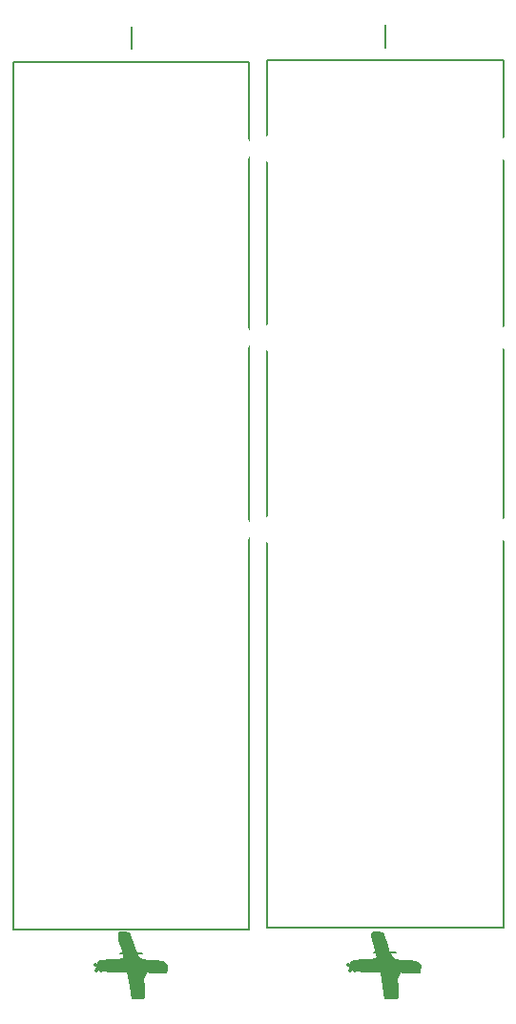
<source format=gbr>
%TF.GenerationSoftware,KiCad,Pcbnew,8.0.4*%
%TF.CreationDate,2024-08-28T17:55:56-04:00*%
%TF.ProjectId,imu-array,696d752d-6172-4726-9179-2e6b69636164,rev?*%
%TF.SameCoordinates,Original*%
%TF.FileFunction,Legend,Bot*%
%TF.FilePolarity,Positive*%
%FSLAX46Y46*%
G04 Gerber Fmt 4.6, Leading zero omitted, Abs format (unit mm)*
G04 Created by KiCad (PCBNEW 8.0.4) date 2024-08-28 17:55:56*
%MOMM*%
%LPD*%
G01*
G04 APERTURE LIST*
%ADD10C,0.300000*%
%ADD11C,0.000000*%
%ADD12C,0.127000*%
%ADD13C,3.200000*%
%ADD14O,4.344000X2.274000*%
%ADD15O,1.800000X2.400000*%
G04 APERTURE END LIST*
D10*
X174321427Y-111749757D02*
X174464285Y-111678328D01*
X174464285Y-111678328D02*
X174678570Y-111678328D01*
X174678570Y-111678328D02*
X174892856Y-111749757D01*
X174892856Y-111749757D02*
X175035713Y-111892614D01*
X175035713Y-111892614D02*
X175107142Y-112035471D01*
X175107142Y-112035471D02*
X175178570Y-112321185D01*
X175178570Y-112321185D02*
X175178570Y-112535471D01*
X175178570Y-112535471D02*
X175107142Y-112821185D01*
X175107142Y-112821185D02*
X175035713Y-112964042D01*
X175035713Y-112964042D02*
X174892856Y-113106900D01*
X174892856Y-113106900D02*
X174678570Y-113178328D01*
X174678570Y-113178328D02*
X174535713Y-113178328D01*
X174535713Y-113178328D02*
X174321427Y-113106900D01*
X174321427Y-113106900D02*
X174249999Y-113035471D01*
X174249999Y-113035471D02*
X174249999Y-112535471D01*
X174249999Y-112535471D02*
X174535713Y-112535471D01*
X173392856Y-111678328D02*
X173392856Y-112035471D01*
X173749999Y-111892614D02*
X173392856Y-112035471D01*
X173392856Y-112035471D02*
X173035713Y-111892614D01*
X173607142Y-112321185D02*
X173392856Y-112035471D01*
X173392856Y-112035471D02*
X173178570Y-112321185D01*
X172249999Y-111678328D02*
X172249999Y-112035471D01*
X172607142Y-111892614D02*
X172249999Y-112035471D01*
X172249999Y-112035471D02*
X171892856Y-111892614D01*
X172464285Y-112321185D02*
X172249999Y-112035471D01*
X172249999Y-112035471D02*
X172035713Y-112321185D01*
X171107142Y-111678328D02*
X171107142Y-112035471D01*
X171464285Y-111892614D02*
X171107142Y-112035471D01*
X171107142Y-112035471D02*
X170749999Y-111892614D01*
X171321428Y-112321185D02*
X171107142Y-112035471D01*
X171107142Y-112035471D02*
X170892856Y-112321185D01*
X196821427Y-111749757D02*
X196964285Y-111678328D01*
X196964285Y-111678328D02*
X197178570Y-111678328D01*
X197178570Y-111678328D02*
X197392856Y-111749757D01*
X197392856Y-111749757D02*
X197535713Y-111892614D01*
X197535713Y-111892614D02*
X197607142Y-112035471D01*
X197607142Y-112035471D02*
X197678570Y-112321185D01*
X197678570Y-112321185D02*
X197678570Y-112535471D01*
X197678570Y-112535471D02*
X197607142Y-112821185D01*
X197607142Y-112821185D02*
X197535713Y-112964042D01*
X197535713Y-112964042D02*
X197392856Y-113106900D01*
X197392856Y-113106900D02*
X197178570Y-113178328D01*
X197178570Y-113178328D02*
X197035713Y-113178328D01*
X197035713Y-113178328D02*
X196821427Y-113106900D01*
X196821427Y-113106900D02*
X196749999Y-113035471D01*
X196749999Y-113035471D02*
X196749999Y-112535471D01*
X196749999Y-112535471D02*
X197035713Y-112535471D01*
X195892856Y-111678328D02*
X195892856Y-112035471D01*
X196249999Y-111892614D02*
X195892856Y-112035471D01*
X195892856Y-112035471D02*
X195535713Y-111892614D01*
X196107142Y-112321185D02*
X195892856Y-112035471D01*
X195892856Y-112035471D02*
X195678570Y-112321185D01*
X194749999Y-111678328D02*
X194749999Y-112035471D01*
X195107142Y-111892614D02*
X194749999Y-112035471D01*
X194749999Y-112035471D02*
X194392856Y-111892614D01*
X194964285Y-112321185D02*
X194749999Y-112035471D01*
X194749999Y-112035471D02*
X194535713Y-112321185D01*
X193607142Y-111678328D02*
X193607142Y-112035471D01*
X193964285Y-111892614D02*
X193607142Y-112035471D01*
X193607142Y-112035471D02*
X193249999Y-111892614D01*
X193821428Y-112321185D02*
X193607142Y-112035471D01*
X193607142Y-112035471D02*
X193392856Y-112321185D01*
D11*
%TO.C,G\u002A\u002A\u002A*%
G36*
X173842347Y-108936225D02*
G01*
X174245443Y-110102551D01*
X174400339Y-110541432D01*
X174585003Y-110968190D01*
X174791243Y-111229893D01*
X175078451Y-111368868D01*
X175506021Y-111427439D01*
X176133346Y-111447933D01*
X176241900Y-111451441D01*
X176769106Y-111520282D01*
X177072886Y-111666910D01*
X177099272Y-111693438D01*
X177237434Y-111863804D01*
X177261038Y-112044695D01*
X177190393Y-112355056D01*
X177144865Y-112491918D01*
X177057547Y-112584988D01*
X176878241Y-112625717D01*
X176551423Y-112625546D01*
X176021570Y-112595917D01*
X175754981Y-112580136D01*
X175326045Y-112564715D01*
X175088076Y-112581977D01*
X174994688Y-112638499D01*
X174999495Y-112740861D01*
X175107502Y-113183005D01*
X175190911Y-113701311D01*
X175234906Y-114193431D01*
X175232927Y-114583975D01*
X175178417Y-114797552D01*
X174932536Y-114917225D01*
X174504478Y-114936263D01*
X173977871Y-114897449D01*
X173799139Y-113698725D01*
X173620407Y-112500000D01*
X172557422Y-112500000D01*
X172072046Y-112489679D01*
X171556036Y-112429840D01*
X171240316Y-112302475D01*
X171091800Y-112091505D01*
X171077403Y-111780855D01*
X171120919Y-111398470D01*
X172190051Y-111360831D01*
X172219066Y-111359776D01*
X172778471Y-111321973D01*
X173134396Y-111260631D01*
X173259184Y-111180415D01*
X173258950Y-111173650D01*
X173218762Y-110969559D01*
X173122958Y-110598842D01*
X172990852Y-110136630D01*
X172853717Y-109636685D01*
X172790232Y-109231977D01*
X172845378Y-108998449D01*
X173030099Y-108898853D01*
X173355336Y-108895942D01*
X173842347Y-108936225D01*
G37*
G36*
X196342347Y-108936225D02*
G01*
X196745443Y-110102551D01*
X196900339Y-110541432D01*
X197085003Y-110968190D01*
X197291243Y-111229893D01*
X197578451Y-111368868D01*
X198006021Y-111427439D01*
X198633346Y-111447933D01*
X198741900Y-111451441D01*
X199269106Y-111520282D01*
X199572886Y-111666910D01*
X199599272Y-111693438D01*
X199737434Y-111863804D01*
X199761038Y-112044695D01*
X199690393Y-112355056D01*
X199644865Y-112491918D01*
X199557547Y-112584988D01*
X199378241Y-112625717D01*
X199051423Y-112625546D01*
X198521570Y-112595917D01*
X198254981Y-112580136D01*
X197826045Y-112564715D01*
X197588076Y-112581977D01*
X197494688Y-112638499D01*
X197499495Y-112740861D01*
X197607502Y-113183005D01*
X197690911Y-113701311D01*
X197734906Y-114193431D01*
X197732927Y-114583975D01*
X197678417Y-114797552D01*
X197432536Y-114917225D01*
X197004478Y-114936263D01*
X196477871Y-114897449D01*
X196299139Y-113698725D01*
X196120407Y-112500000D01*
X195057422Y-112500000D01*
X194572046Y-112489679D01*
X194056036Y-112429840D01*
X193740316Y-112302475D01*
X193591800Y-112091505D01*
X193577403Y-111780855D01*
X193620919Y-111398470D01*
X194690051Y-111360831D01*
X194719066Y-111359776D01*
X195278471Y-111321973D01*
X195634396Y-111260631D01*
X195759184Y-111180415D01*
X195758950Y-111173650D01*
X195718762Y-110969559D01*
X195622958Y-110598842D01*
X195490852Y-110136630D01*
X195353717Y-109636685D01*
X195290232Y-109231977D01*
X195345378Y-108998449D01*
X195530099Y-108898853D01*
X195855336Y-108895942D01*
X196342347Y-108936225D01*
G37*
D12*
%TO.C,BT2*%
X173970000Y-28585000D02*
X173970000Y-30585000D01*
X173970000Y-109845000D02*
X173970000Y-111845000D01*
X172970000Y-110845000D02*
X174970000Y-110845000D01*
X184460000Y-108695000D02*
X163480000Y-108695000D01*
X163480000Y-108695000D02*
X163480000Y-31735000D01*
X163480000Y-31735000D02*
X184460000Y-31735000D01*
X184460000Y-31735000D02*
X184460000Y-108695000D01*
%TO.C,BT1*%
X196500000Y-28470000D02*
X196500000Y-30470000D01*
X196500000Y-109730000D02*
X196500000Y-111730000D01*
X195500000Y-110730000D02*
X197500000Y-110730000D01*
X206990000Y-108580000D02*
X186010000Y-108580000D01*
X186010000Y-108580000D02*
X186010000Y-31620000D01*
X186010000Y-31620000D02*
X206990000Y-31620000D01*
X206990000Y-31620000D02*
X206990000Y-108580000D01*
%TD*%
%LPC*%
D13*
%TO.C,BT2*%
X173970000Y-42405000D03*
X173970000Y-98020000D03*
D14*
X173970000Y-33615000D03*
X173970000Y-106515000D03*
%TD*%
D13*
%TO.C,BT1*%
X196500000Y-42290000D03*
X196500000Y-97905000D03*
D14*
X196500000Y-33500000D03*
X196500000Y-106400000D03*
%TD*%
D13*
%TO.C,H4*%
X153000000Y-117000000D03*
%TD*%
%TO.C,H3*%
X217000000Y-116500000D03*
%TD*%
%TO.C,H2*%
X217500000Y-33000000D03*
%TD*%
%TO.C,H1*%
X152500000Y-33000000D03*
%TD*%
D15*
%TO.C,U9*%
X200000000Y-73250000D03*
X202540000Y-73250000D03*
X205080000Y-73250000D03*
X207620000Y-73250000D03*
X210160000Y-73250000D03*
X212700000Y-73250000D03*
X215240000Y-73250000D03*
X217780000Y-73250000D03*
%TD*%
%TO.C,U8*%
X176000000Y-73250000D03*
X178540000Y-73250000D03*
X181080000Y-73250000D03*
X183620000Y-73250000D03*
X186160000Y-73250000D03*
X188700000Y-73250000D03*
X191240000Y-73250000D03*
X193780000Y-73250000D03*
%TD*%
%TO.C,U7*%
X152000000Y-73250000D03*
X154540000Y-73250000D03*
X157080000Y-73250000D03*
X159620000Y-73250000D03*
X162160000Y-73250000D03*
X164700000Y-73250000D03*
X167240000Y-73250000D03*
X169780000Y-73250000D03*
%TD*%
%TO.C,U6*%
X200000000Y-56250000D03*
X202540000Y-56250000D03*
X205080000Y-56250000D03*
X207620000Y-56250000D03*
X210160000Y-56250000D03*
X212700000Y-56250000D03*
X215240000Y-56250000D03*
X217780000Y-56250000D03*
%TD*%
%TO.C,U5*%
X176000000Y-56250000D03*
X178540000Y-56250000D03*
X181080000Y-56250000D03*
X183620000Y-56250000D03*
X186160000Y-56250000D03*
X188700000Y-56250000D03*
X191240000Y-56250000D03*
X193780000Y-56250000D03*
%TD*%
%TO.C,U4*%
X151960000Y-56250000D03*
X154500000Y-56250000D03*
X157040000Y-56250000D03*
X159580000Y-56250000D03*
X162120000Y-56250000D03*
X164660000Y-56250000D03*
X167200000Y-56250000D03*
X169740000Y-56250000D03*
%TD*%
%TO.C,U3*%
X200000000Y-39500000D03*
X202540000Y-39500000D03*
X205080000Y-39500000D03*
X207620000Y-39500000D03*
X210160000Y-39500000D03*
X212700000Y-39500000D03*
X215240000Y-39500000D03*
X217780000Y-39500000D03*
%TD*%
%TO.C,U2*%
X176000000Y-39500000D03*
X178540000Y-39500000D03*
X181080000Y-39500000D03*
X183620000Y-39500000D03*
X186160000Y-39500000D03*
X188700000Y-39500000D03*
X191240000Y-39500000D03*
X193780000Y-39500000D03*
%TD*%
%TO.C,U1*%
X152000000Y-39500000D03*
X154540000Y-39500000D03*
X157080000Y-39500000D03*
X159620000Y-39500000D03*
X162160000Y-39500000D03*
X164700000Y-39500000D03*
X167240000Y-39500000D03*
X169780000Y-39500000D03*
%TD*%
%LPD*%
M02*

</source>
